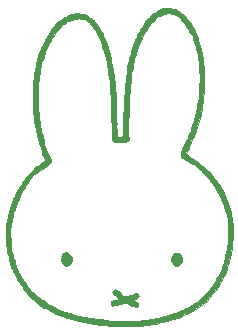
<source format=gbr>
G04 #@! TF.GenerationSoftware,KiCad,Pcbnew,(5.1.7)-1*
G04 #@! TF.CreationDate,2020-12-29T23:31:17-08:00*
G04 #@! TF.ProjectId,base,62617365-2e6b-4696-9361-645f70636258,rev?*
G04 #@! TF.SameCoordinates,Original*
G04 #@! TF.FileFunction,Legend,Top*
G04 #@! TF.FilePolarity,Positive*
%FSLAX46Y46*%
G04 Gerber Fmt 4.6, Leading zero omitted, Abs format (unit mm)*
G04 Created by KiCad (PCBNEW (5.1.7)-1) date 2020-12-29 23:31:17*
%MOMM*%
%LPD*%
G01*
G04 APERTURE LIST*
%ADD10C,0.010000*%
%ADD11C,0.150000*%
G04 APERTURE END LIST*
D10*
G36*
X150518572Y-97189381D02*
G01*
X150696899Y-97239759D01*
X150818280Y-97307706D01*
X150863312Y-97381189D01*
X150859684Y-97400892D01*
X150877983Y-97467840D01*
X150909882Y-97488302D01*
X150961006Y-97556104D01*
X150981429Y-97684065D01*
X150970449Y-97835275D01*
X150927366Y-97972821D01*
X150919375Y-97987767D01*
X150778214Y-98165768D01*
X150614033Y-98260973D01*
X150443276Y-98268029D01*
X150293802Y-98191471D01*
X150138191Y-98003038D01*
X150065515Y-97782810D01*
X150077670Y-97555161D01*
X150176549Y-97344464D01*
X150223563Y-97288039D01*
X150330514Y-97198587D01*
X150443194Y-97178946D01*
X150518572Y-97189381D01*
G37*
X150518572Y-97189381D02*
X150696899Y-97239759D01*
X150818280Y-97307706D01*
X150863312Y-97381189D01*
X150859684Y-97400892D01*
X150877983Y-97467840D01*
X150909882Y-97488302D01*
X150961006Y-97556104D01*
X150981429Y-97684065D01*
X150970449Y-97835275D01*
X150927366Y-97972821D01*
X150919375Y-97987767D01*
X150778214Y-98165768D01*
X150614033Y-98260973D01*
X150443276Y-98268029D01*
X150293802Y-98191471D01*
X150138191Y-98003038D01*
X150065515Y-97782810D01*
X150077670Y-97555161D01*
X150176549Y-97344464D01*
X150223563Y-97288039D01*
X150330514Y-97198587D01*
X150443194Y-97178946D01*
X150518572Y-97189381D01*
G36*
X141300297Y-97174315D02*
G01*
X141420666Y-97267667D01*
X141514247Y-97371281D01*
X141558658Y-97451398D01*
X141557368Y-97472109D01*
X141561213Y-97516561D01*
X141575954Y-97519501D01*
X141621336Y-97563047D01*
X141650051Y-97665602D01*
X141655143Y-97785041D01*
X141634090Y-97871565D01*
X141581478Y-97992169D01*
X141566920Y-98034615D01*
X141510322Y-98103494D01*
X141400583Y-98184852D01*
X141278529Y-98252534D01*
X141184988Y-98280384D01*
X141183370Y-98280344D01*
X141121542Y-98259119D01*
X141010432Y-98208750D01*
X140994728Y-98201069D01*
X140872913Y-98107420D01*
X140779404Y-97975354D01*
X140723596Y-97831604D01*
X140714886Y-97702898D01*
X140762670Y-97615968D01*
X140784775Y-97603801D01*
X140821980Y-97570597D01*
X140783733Y-97532426D01*
X140754292Y-97482147D01*
X140784182Y-97396142D01*
X140836155Y-97312659D01*
X140976331Y-97166174D01*
X141131625Y-97120015D01*
X141300297Y-97174315D01*
G37*
X141300297Y-97174315D02*
X141420666Y-97267667D01*
X141514247Y-97371281D01*
X141558658Y-97451398D01*
X141557368Y-97472109D01*
X141561213Y-97516561D01*
X141575954Y-97519501D01*
X141621336Y-97563047D01*
X141650051Y-97665602D01*
X141655143Y-97785041D01*
X141634090Y-97871565D01*
X141581478Y-97992169D01*
X141566920Y-98034615D01*
X141510322Y-98103494D01*
X141400583Y-98184852D01*
X141278529Y-98252534D01*
X141184988Y-98280384D01*
X141183370Y-98280344D01*
X141121542Y-98259119D01*
X141010432Y-98208750D01*
X140994728Y-98201069D01*
X140872913Y-98107420D01*
X140779404Y-97975354D01*
X140723596Y-97831604D01*
X140714886Y-97702898D01*
X140762670Y-97615968D01*
X140784775Y-97603801D01*
X140821980Y-97570597D01*
X140783733Y-97532426D01*
X140754292Y-97482147D01*
X140784182Y-97396142D01*
X140836155Y-97312659D01*
X140976331Y-97166174D01*
X141131625Y-97120015D01*
X141300297Y-97174315D01*
G36*
X145539540Y-100423860D02*
G01*
X145681998Y-100527445D01*
X145786960Y-100621898D01*
X145825112Y-100673980D01*
X145888911Y-100741248D01*
X146010554Y-100805667D01*
X146043748Y-100817696D01*
X146144725Y-100844824D01*
X146240718Y-100849018D01*
X146359456Y-100826087D01*
X146528667Y-100771841D01*
X146660582Y-100724482D01*
X146885380Y-100647127D01*
X147038181Y-100611828D01*
X147140289Y-100620420D01*
X147213008Y-100674738D01*
X147277641Y-100776617D01*
X147278218Y-100777695D01*
X147294062Y-100842690D01*
X147249087Y-100900234D01*
X147126321Y-100971732D01*
X147123044Y-100973406D01*
X146970798Y-101080104D01*
X146915957Y-101190068D01*
X146959269Y-101295267D01*
X147085074Y-101380301D01*
X147201788Y-101454277D01*
X147245703Y-101550936D01*
X147249075Y-101608205D01*
X147231889Y-101717771D01*
X147169745Y-101766033D01*
X147046758Y-101757681D01*
X146893475Y-101713254D01*
X146729190Y-101650484D01*
X146531524Y-101564217D01*
X146419821Y-101510932D01*
X146288568Y-101448325D01*
X146184693Y-101414399D01*
X146081547Y-101410508D01*
X145952484Y-101438009D01*
X145770855Y-101498257D01*
X145623475Y-101551447D01*
X145488055Y-101586673D01*
X145384170Y-101592305D01*
X145269441Y-101603516D01*
X145197350Y-101631263D01*
X145064180Y-101665689D01*
X144974552Y-101610894D01*
X144938038Y-101473411D01*
X144937675Y-101454064D01*
X144945808Y-101337619D01*
X144984918Y-101267249D01*
X145077069Y-101226508D01*
X145244322Y-101198948D01*
X145286808Y-101193797D01*
X145491059Y-101162040D01*
X145600177Y-101121378D01*
X145620627Y-101063486D01*
X145558875Y-100980040D01*
X145496475Y-100923828D01*
X145372573Y-100832316D01*
X145269014Y-100778206D01*
X145240912Y-100772067D01*
X145170222Y-100728185D01*
X145107891Y-100624277D01*
X145106937Y-100621777D01*
X145077538Y-100505152D01*
X145112142Y-100420460D01*
X145166769Y-100363836D01*
X145282813Y-100254819D01*
X145539540Y-100423860D01*
G37*
X145539540Y-100423860D02*
X145681998Y-100527445D01*
X145786960Y-100621898D01*
X145825112Y-100673980D01*
X145888911Y-100741248D01*
X146010554Y-100805667D01*
X146043748Y-100817696D01*
X146144725Y-100844824D01*
X146240718Y-100849018D01*
X146359456Y-100826087D01*
X146528667Y-100771841D01*
X146660582Y-100724482D01*
X146885380Y-100647127D01*
X147038181Y-100611828D01*
X147140289Y-100620420D01*
X147213008Y-100674738D01*
X147277641Y-100776617D01*
X147278218Y-100777695D01*
X147294062Y-100842690D01*
X147249087Y-100900234D01*
X147126321Y-100971732D01*
X147123044Y-100973406D01*
X146970798Y-101080104D01*
X146915957Y-101190068D01*
X146959269Y-101295267D01*
X147085074Y-101380301D01*
X147201788Y-101454277D01*
X147245703Y-101550936D01*
X147249075Y-101608205D01*
X147231889Y-101717771D01*
X147169745Y-101766033D01*
X147046758Y-101757681D01*
X146893475Y-101713254D01*
X146729190Y-101650484D01*
X146531524Y-101564217D01*
X146419821Y-101510932D01*
X146288568Y-101448325D01*
X146184693Y-101414399D01*
X146081547Y-101410508D01*
X145952484Y-101438009D01*
X145770855Y-101498257D01*
X145623475Y-101551447D01*
X145488055Y-101586673D01*
X145384170Y-101592305D01*
X145269441Y-101603516D01*
X145197350Y-101631263D01*
X145064180Y-101665689D01*
X144974552Y-101610894D01*
X144938038Y-101473411D01*
X144937675Y-101454064D01*
X144945808Y-101337619D01*
X144984918Y-101267249D01*
X145077069Y-101226508D01*
X145244322Y-101198948D01*
X145286808Y-101193797D01*
X145491059Y-101162040D01*
X145600177Y-101121378D01*
X145620627Y-101063486D01*
X145558875Y-100980040D01*
X145496475Y-100923828D01*
X145372573Y-100832316D01*
X145269014Y-100778206D01*
X145240912Y-100772067D01*
X145170222Y-100728185D01*
X145107891Y-100624277D01*
X145106937Y-100621777D01*
X145077538Y-100505152D01*
X145112142Y-100420460D01*
X145166769Y-100363836D01*
X145282813Y-100254819D01*
X145539540Y-100423860D01*
G36*
X149894612Y-76462237D02*
G01*
X149911093Y-76463581D01*
X150227840Y-76505716D01*
X150460410Y-76571985D01*
X150520693Y-76600890D01*
X150656767Y-76687566D01*
X150819375Y-76806530D01*
X150988214Y-76940799D01*
X151142979Y-77073389D01*
X151263366Y-77187318D01*
X151329073Y-77265602D01*
X151335479Y-77282424D01*
X151370714Y-77347597D01*
X151458407Y-77455095D01*
X151541675Y-77543148D01*
X151653800Y-77669009D01*
X151727600Y-77778185D01*
X151744875Y-77828524D01*
X151769488Y-77899894D01*
X151793533Y-77910701D01*
X151850640Y-77952925D01*
X151927057Y-78058908D01*
X152005537Y-78197613D01*
X152068831Y-78338002D01*
X152099694Y-78449038D01*
X152100475Y-78463051D01*
X152128097Y-78593066D01*
X152173320Y-78687188D01*
X152218414Y-78784088D01*
X152281686Y-78955115D01*
X152355686Y-79176082D01*
X152432966Y-79422799D01*
X152506076Y-79671080D01*
X152567566Y-79896736D01*
X152609986Y-80075580D01*
X152622584Y-80145901D01*
X152645691Y-80296595D01*
X152678701Y-80494397D01*
X152702290Y-80628501D01*
X152771252Y-81082254D01*
X152814760Y-81549590D01*
X152834626Y-82058855D01*
X152832663Y-82638394D01*
X152832217Y-82660501D01*
X152819571Y-83164210D01*
X152802510Y-83590249D01*
X152778201Y-83962534D01*
X152743807Y-84304983D01*
X152696495Y-84641513D01*
X152633427Y-84996041D01*
X152551771Y-85392484D01*
X152458857Y-85810101D01*
X152395851Y-86057299D01*
X152321104Y-86306573D01*
X152248368Y-86512942D01*
X152231272Y-86554508D01*
X152170118Y-86708508D01*
X152134719Y-86821843D01*
X152131753Y-86865845D01*
X152122707Y-86919380D01*
X152079169Y-87044764D01*
X152008759Y-87221385D01*
X151946873Y-87366038D01*
X151852351Y-87583330D01*
X151768407Y-87779911D01*
X151706829Y-87927992D01*
X151685599Y-87981801D01*
X151634388Y-88081649D01*
X151587505Y-88121501D01*
X151547854Y-88163173D01*
X151541675Y-88204836D01*
X151519903Y-88298444D01*
X151464907Y-88438299D01*
X151433610Y-88504550D01*
X151325545Y-88720929D01*
X151467323Y-88906809D01*
X151606321Y-89055128D01*
X151762787Y-89171585D01*
X151904901Y-89234072D01*
X151945552Y-89239101D01*
X152022614Y-89269873D01*
X152087775Y-89317675D01*
X152164455Y-89382061D01*
X152298858Y-89491735D01*
X152469068Y-89628894D01*
X152583075Y-89720013D01*
X152853111Y-89944667D01*
X153096210Y-90165049D01*
X153300991Y-90369294D01*
X153456074Y-90545538D01*
X153550076Y-90681915D01*
X153573675Y-90752716D01*
X153613588Y-90808465D01*
X153713151Y-90884954D01*
X153751475Y-90908769D01*
X153864225Y-90995064D01*
X153925548Y-91080462D01*
X153929275Y-91100287D01*
X153961736Y-91204308D01*
X154013664Y-91280150D01*
X154105518Y-91396026D01*
X154153364Y-91468764D01*
X154211757Y-91566716D01*
X154298883Y-91709991D01*
X154350356Y-91793759D01*
X154435398Y-91942862D01*
X154495876Y-92069653D01*
X154511850Y-92117145D01*
X154543202Y-92205713D01*
X154608275Y-92355327D01*
X154694213Y-92536741D01*
X154713068Y-92574859D01*
X154799732Y-92764294D01*
X154863864Y-92934124D01*
X154893666Y-93052404D01*
X154894475Y-93066042D01*
X154917906Y-93205447D01*
X154967428Y-93337084D01*
X155026063Y-93490757D01*
X155088291Y-93715683D01*
X155148078Y-93981972D01*
X155199394Y-94259732D01*
X155236204Y-94519074D01*
X155252478Y-94730106D01*
X155252765Y-94750901D01*
X155254020Y-95239441D01*
X155252806Y-95639861D01*
X155248788Y-95965616D01*
X155241627Y-96230164D01*
X155230987Y-96446960D01*
X155216531Y-96629461D01*
X155202555Y-96755337D01*
X155138233Y-97176778D01*
X155055505Y-97578001D01*
X154961068Y-97929692D01*
X154883956Y-98149860D01*
X154809866Y-98352726D01*
X154737239Y-98582134D01*
X154709520Y-98681774D01*
X154657345Y-98851565D01*
X154601371Y-98987933D01*
X154568628Y-99042015D01*
X154498826Y-99151099D01*
X154456316Y-99246701D01*
X154354991Y-99472765D01*
X154197388Y-99751481D01*
X153997880Y-100062490D01*
X153770842Y-100385432D01*
X153530651Y-100699948D01*
X153291679Y-100985679D01*
X153068304Y-101222266D01*
X153046799Y-101242990D01*
X152897635Y-101372401D01*
X152701968Y-101523973D01*
X152477509Y-101685995D01*
X152241974Y-101846755D01*
X152013076Y-101994543D01*
X151808528Y-102117647D01*
X151646045Y-102204358D01*
X151543340Y-102242963D01*
X151532832Y-102243901D01*
X151460455Y-102268514D01*
X151335399Y-102331648D01*
X151242493Y-102385136D01*
X150959464Y-102530830D01*
X150595559Y-102679285D01*
X150171093Y-102824163D01*
X149706382Y-102959127D01*
X149221740Y-103077839D01*
X148737484Y-103173961D01*
X148685539Y-103182812D01*
X148444834Y-103224678D01*
X148212016Y-103267824D01*
X148026291Y-103304901D01*
X147978769Y-103315288D01*
X147839383Y-103334403D01*
X147615191Y-103350133D01*
X147322927Y-103362423D01*
X146979331Y-103371219D01*
X146601139Y-103376467D01*
X146205090Y-103378112D01*
X145807920Y-103376101D01*
X145426367Y-103370378D01*
X145077169Y-103360890D01*
X144777063Y-103347582D01*
X144542786Y-103330400D01*
X144505875Y-103326558D01*
X144209083Y-103293594D01*
X143979284Y-103267367D01*
X143793530Y-103244232D01*
X143628876Y-103220543D01*
X143462375Y-103192657D01*
X143271081Y-103156928D01*
X143032049Y-103109712D01*
X142722332Y-103047364D01*
X142626275Y-103028000D01*
X142396867Y-102982439D01*
X142171763Y-102938834D01*
X141996350Y-102905965D01*
X141983507Y-102903646D01*
X141652784Y-102825418D01*
X141250233Y-102696001D01*
X140848275Y-102544868D01*
X140654177Y-102471331D01*
X140479697Y-102410805D01*
X140360946Y-102375780D01*
X140356527Y-102374793D01*
X140224300Y-102324588D01*
X140144255Y-102269224D01*
X140061917Y-102207020D01*
X140020792Y-102193101D01*
X139952597Y-102166661D01*
X139838260Y-102100365D01*
X139792152Y-102070067D01*
X139625206Y-101977853D01*
X139429305Y-101897539D01*
X139371982Y-101879567D01*
X139236148Y-101832335D01*
X139154684Y-101786710D01*
X139143434Y-101766883D01*
X139107518Y-101721690D01*
X139003805Y-101650328D01*
X138884490Y-101583933D01*
X138694524Y-101467006D01*
X138598666Y-101357090D01*
X138587201Y-101324351D01*
X138508034Y-101204654D01*
X138344826Y-101104904D01*
X138217241Y-101034034D01*
X138140502Y-100966745D01*
X138130475Y-100942685D01*
X138093446Y-100862847D01*
X138041175Y-100811681D01*
X137941303Y-100720260D01*
X137820872Y-100586301D01*
X137699536Y-100435085D01*
X137596951Y-100291890D01*
X137532771Y-100181993D01*
X137520875Y-100142522D01*
X137481823Y-100056287D01*
X137406575Y-99986818D01*
X137315128Y-99898258D01*
X137212506Y-99758451D01*
X137166336Y-99680847D01*
X137088137Y-99550141D01*
X137024756Y-99466426D01*
X137001236Y-99449901D01*
X136969735Y-99407121D01*
X136962075Y-99344961D01*
X136918456Y-99165926D01*
X136797515Y-98974410D01*
X136756832Y-98928005D01*
X136684652Y-98810373D01*
X136634751Y-98659850D01*
X136633901Y-98655435D01*
X136592498Y-98529672D01*
X136534910Y-98454852D01*
X136527472Y-98451196D01*
X136474092Y-98384592D01*
X136454075Y-98274434D01*
X136433669Y-98121328D01*
X136384493Y-97959318D01*
X136383521Y-97956980D01*
X136341946Y-97801850D01*
X136337986Y-97657694D01*
X136338984Y-97652032D01*
X136329698Y-97503267D01*
X136288751Y-97428820D01*
X136230669Y-97313637D01*
X136177573Y-97115757D01*
X136133867Y-96854085D01*
X136114626Y-96681301D01*
X136099300Y-96525561D01*
X136080582Y-96346354D01*
X136078347Y-96325701D01*
X136065360Y-96168696D01*
X136054549Y-95970683D01*
X136046798Y-95761043D01*
X136043047Y-95571974D01*
X136385301Y-95571974D01*
X136393766Y-95612037D01*
X136413705Y-95691846D01*
X136432391Y-95842537D01*
X136447776Y-96033398D01*
X136457810Y-96233715D01*
X136460442Y-96412773D01*
X136454952Y-96528901D01*
X136456784Y-96682478D01*
X136482775Y-96873602D01*
X136524552Y-97056555D01*
X136573739Y-97185620D01*
X136575915Y-97189301D01*
X136622983Y-97312318D01*
X136648668Y-97461908D01*
X136679041Y-97615735D01*
X136734732Y-97739911D01*
X136794375Y-97877025D01*
X136809675Y-97978030D01*
X136832095Y-98096034D01*
X136889725Y-98259287D01*
X136941149Y-98372987D01*
X137014658Y-98528235D01*
X137066565Y-98652361D01*
X137082444Y-98703730D01*
X137118730Y-98786561D01*
X137194361Y-98900196D01*
X137204969Y-98913920D01*
X137280821Y-99028805D01*
X137317139Y-99120092D01*
X137317674Y-99127640D01*
X137343157Y-99206105D01*
X137406074Y-99324639D01*
X137486133Y-99451360D01*
X137563038Y-99554388D01*
X137616497Y-99601839D01*
X137619816Y-99602301D01*
X137661396Y-99643643D01*
X137722531Y-99746695D01*
X137741753Y-99785363D01*
X137845046Y-99951045D01*
X138010558Y-100159129D01*
X138219448Y-100390766D01*
X138452877Y-100627105D01*
X138692002Y-100849299D01*
X138917984Y-101038497D01*
X139111980Y-101175850D01*
X139158453Y-101202695D01*
X139326242Y-101303000D01*
X139472271Y-101407093D01*
X139537749Y-101465161D01*
X139640260Y-101548615D01*
X139730051Y-101583500D01*
X139730306Y-101583501D01*
X139827793Y-101610243D01*
X139948632Y-101674436D01*
X140144681Y-101800318D01*
X140293166Y-101885614D01*
X140416475Y-101944935D01*
X140547752Y-102005130D01*
X140631685Y-102046167D01*
X140747308Y-102085380D01*
X140798573Y-102091501D01*
X140896823Y-102118070D01*
X141003199Y-102174026D01*
X141120766Y-102228481D01*
X141295752Y-102284662D01*
X141445911Y-102320816D01*
X141641646Y-102364147D01*
X141819738Y-102409641D01*
X141915075Y-102438626D01*
X142099727Y-102494027D01*
X142339567Y-102552987D01*
X142603725Y-102609340D01*
X142861328Y-102656917D01*
X143081503Y-102689552D01*
X143229014Y-102701101D01*
X143428173Y-102719783D01*
X143632831Y-102765818D01*
X143665838Y-102776653D01*
X143838291Y-102821481D01*
X143956325Y-102809785D01*
X143977615Y-102799949D01*
X144090296Y-102776551D01*
X144239276Y-102822137D01*
X144239765Y-102822359D01*
X144370989Y-102859064D01*
X144586077Y-102891933D01*
X144867306Y-102918633D01*
X145064675Y-102930941D01*
X145312922Y-102945305D01*
X145522400Y-102960481D01*
X145673347Y-102974811D01*
X145745999Y-102986638D01*
X145749183Y-102988320D01*
X145810563Y-102993243D01*
X145876183Y-102977576D01*
X146011211Y-102950987D01*
X146106075Y-102945779D01*
X146604149Y-102951303D01*
X147012403Y-102946903D01*
X147342161Y-102932256D01*
X147604747Y-102907041D01*
X147639337Y-102902285D01*
X147851879Y-102872035D01*
X148049921Y-102844346D01*
X148188875Y-102825442D01*
X148486215Y-102782163D01*
X148756537Y-102735161D01*
X148980936Y-102688345D01*
X149140508Y-102645624D01*
X149213461Y-102613590D01*
X149296519Y-102575836D01*
X149445947Y-102532966D01*
X149608512Y-102498318D01*
X149817275Y-102450207D01*
X150017166Y-102387361D01*
X150130955Y-102339542D01*
X150260401Y-102284351D01*
X150353303Y-102264193D01*
X150371210Y-102268025D01*
X150445350Y-102269349D01*
X150551452Y-102233426D01*
X150643995Y-102180117D01*
X150678075Y-102134146D01*
X150721694Y-102102382D01*
X150808464Y-102091501D01*
X150932879Y-102061043D01*
X151075746Y-101985693D01*
X151105359Y-101964501D01*
X151228982Y-101883744D01*
X151330418Y-101840042D01*
X151349119Y-101837501D01*
X151442990Y-101807875D01*
X151547524Y-101742760D01*
X151662767Y-101665430D01*
X151824747Y-101571470D01*
X151925865Y-101518123D01*
X152080949Y-101431801D01*
X152203645Y-101349296D01*
X152249586Y-101308063D01*
X152327798Y-101241808D01*
X152369045Y-101227901D01*
X152430702Y-101191665D01*
X152542871Y-101093515D01*
X152690664Y-100949288D01*
X152859193Y-100774821D01*
X153033569Y-100585952D01*
X153198902Y-100398516D01*
X153340306Y-100228351D01*
X153442890Y-100091295D01*
X153455544Y-100072201D01*
X153551495Y-99933024D01*
X153629807Y-99836527D01*
X153669272Y-99805501D01*
X153709337Y-99762852D01*
X153776946Y-99650171D01*
X153858579Y-99490359D01*
X153871732Y-99462601D01*
X153971821Y-99258118D01*
X154076175Y-99059019D01*
X154157415Y-98916501D01*
X154245506Y-98744575D01*
X154328758Y-98536401D01*
X154361530Y-98433901D01*
X154423453Y-98225634D01*
X154490896Y-98013512D01*
X154520504Y-97925901D01*
X154573672Y-97743531D01*
X154609636Y-97565528D01*
X154615029Y-97519501D01*
X154643888Y-97351585D01*
X154695851Y-97167832D01*
X154706426Y-97138501D01*
X154761263Y-96943979D01*
X154808897Y-96682931D01*
X154847828Y-96378236D01*
X154876556Y-96052774D01*
X154893581Y-95729424D01*
X154897401Y-95431065D01*
X154886517Y-95180576D01*
X154859428Y-95000837D01*
X154848849Y-94966613D01*
X154831297Y-94839996D01*
X154846048Y-94689575D01*
X154853530Y-94519155D01*
X154821205Y-94282808D01*
X154754244Y-94005711D01*
X154657818Y-93713039D01*
X154631458Y-93644766D01*
X154578206Y-93493836D01*
X154549055Y-93377035D01*
X154547229Y-93339966D01*
X154538330Y-93241847D01*
X154497633Y-93094663D01*
X154439375Y-92939916D01*
X154377797Y-92819113D01*
X154360306Y-92795101D01*
X154304124Y-92691847D01*
X154261863Y-92557311D01*
X154215951Y-92424892D01*
X154154609Y-92335190D01*
X154091304Y-92235385D01*
X154081675Y-92181048D01*
X154049789Y-92086187D01*
X153970016Y-91961999D01*
X153936128Y-91920568D01*
X153836000Y-91789435D01*
X153765992Y-91668493D01*
X153755726Y-91641987D01*
X153699681Y-91535860D01*
X153601487Y-91405089D01*
X153563580Y-91362587D01*
X153447073Y-91217428D01*
X153353572Y-91065710D01*
X153337666Y-91031633D01*
X153262691Y-90903939D01*
X153175045Y-90818173D01*
X153170799Y-90815787D01*
X153074842Y-90726753D01*
X153040115Y-90660997D01*
X152974005Y-90567015D01*
X152859573Y-90482216D01*
X152856672Y-90480700D01*
X152731296Y-90386268D01*
X152647061Y-90273982D01*
X152564535Y-90168624D01*
X152432870Y-90067707D01*
X152396007Y-90047172D01*
X152251623Y-89953385D01*
X152137479Y-89845343D01*
X152120775Y-89822647D01*
X152032042Y-89731132D01*
X151945861Y-89696301D01*
X151834652Y-89662006D01*
X151777729Y-89620298D01*
X151669374Y-89538929D01*
X151583600Y-89493248D01*
X151481106Y-89440426D01*
X151327308Y-89351636D01*
X151160675Y-89249327D01*
X150855875Y-89056453D01*
X150873321Y-88830277D01*
X150907044Y-88664225D01*
X150978789Y-88453056D01*
X151069478Y-88248501D01*
X151167663Y-88051075D01*
X151243686Y-87891050D01*
X151315314Y-87729189D01*
X151400317Y-87526258D01*
X151437570Y-87435701D01*
X151503976Y-87286258D01*
X151585216Y-87118659D01*
X151597092Y-87095436D01*
X151659297Y-86951481D01*
X151692412Y-86829129D01*
X151694075Y-86807453D01*
X151716451Y-86690176D01*
X151765875Y-86563517D01*
X151821792Y-86427189D01*
X151888578Y-86230280D01*
X151954408Y-86011246D01*
X152007453Y-85808538D01*
X152028340Y-85710110D01*
X152057934Y-85592098D01*
X152107499Y-85432131D01*
X152127760Y-85372955D01*
X152176167Y-85193084D01*
X152215390Y-84972436D01*
X152230386Y-84836768D01*
X152255816Y-84634602D01*
X152296025Y-84445453D01*
X152327384Y-84348783D01*
X152371385Y-84181649D01*
X152387625Y-83989875D01*
X152386277Y-83950523D01*
X152385454Y-83819516D01*
X152392937Y-83612375D01*
X152407457Y-83354114D01*
X152427748Y-83069748D01*
X152436065Y-82967664D01*
X152456324Y-82698153D01*
X152469342Y-82463417D01*
X152474414Y-82282590D01*
X152470836Y-82174809D01*
X152465989Y-82154864D01*
X152449376Y-82082360D01*
X152434843Y-81935569D01*
X152424820Y-81741804D01*
X152422868Y-81669901D01*
X152408283Y-81337944D01*
X152379976Y-80995672D01*
X152341187Y-80669145D01*
X152295160Y-80384426D01*
X152245135Y-80167577D01*
X152230131Y-80120501D01*
X152174511Y-79931037D01*
X152129366Y-79726257D01*
X152123786Y-79693031D01*
X152076256Y-79506227D01*
X151998764Y-79304707D01*
X151966955Y-79239762D01*
X151901494Y-79091587D01*
X151870221Y-78968907D01*
X151872031Y-78926208D01*
X151857997Y-78831249D01*
X151783881Y-78717631D01*
X151780254Y-78713669D01*
X151676114Y-78572408D01*
X151592788Y-78413292D01*
X151521029Y-78261228D01*
X151431596Y-78107749D01*
X151344224Y-77983720D01*
X151278649Y-77920003D01*
X151276810Y-77919167D01*
X151238863Y-77860725D01*
X151236875Y-77840769D01*
X151202225Y-77776702D01*
X151111601Y-77669022D01*
X150991018Y-77547261D01*
X150859491Y-77415451D01*
X150758650Y-77300247D01*
X150713213Y-77231959D01*
X150655569Y-77160263D01*
X150620169Y-77148700D01*
X150533703Y-77118215D01*
X150478875Y-77080225D01*
X150327681Y-76997693D01*
X150113438Y-76938130D01*
X149873496Y-76908955D01*
X149654031Y-76916373D01*
X149485098Y-76952563D01*
X149291003Y-77014719D01*
X149095918Y-77092237D01*
X148924011Y-77174510D01*
X148799454Y-77250935D01*
X148746417Y-77310906D01*
X148745984Y-77314791D01*
X148703408Y-77419885D01*
X148601728Y-77536546D01*
X148472866Y-77631215D01*
X148422588Y-77654756D01*
X148325797Y-77713587D01*
X148290475Y-77773588D01*
X148256058Y-77852759D01*
X148172316Y-77953028D01*
X148163475Y-77961501D01*
X148075342Y-78077453D01*
X148036560Y-78194109D01*
X148036475Y-78198525D01*
X147995360Y-78316369D01*
X147930163Y-78380170D01*
X147856082Y-78457210D01*
X147763617Y-78598043D01*
X147672652Y-78772343D01*
X147671749Y-78774301D01*
X147571300Y-78987321D01*
X147464684Y-79205677D01*
X147390168Y-79352638D01*
X147307519Y-79526034D01*
X147241498Y-79690776D01*
X147220082Y-79759038D01*
X147184671Y-79898465D01*
X147137571Y-80085676D01*
X147106818Y-80208649D01*
X147055340Y-80382524D01*
X146999005Y-80524487D01*
X146963818Y-80584894D01*
X146909659Y-80696661D01*
X146884422Y-80826945D01*
X146857467Y-81187749D01*
X146823970Y-81448345D01*
X146784003Y-81608261D01*
X146760374Y-81651851D01*
X146719726Y-81745446D01*
X146689152Y-81894817D01*
X146681967Y-81964707D01*
X146669020Y-82149727D01*
X146653186Y-82377164D01*
X146642154Y-82536265D01*
X146622699Y-82731073D01*
X146595365Y-82901660D01*
X146570864Y-82996138D01*
X146549373Y-83136548D01*
X146568616Y-83205250D01*
X146585808Y-83327044D01*
X146559718Y-83431177D01*
X146540038Y-83529021D01*
X146520585Y-83708099D01*
X146502941Y-83948055D01*
X146488684Y-84228532D01*
X146481554Y-84438501D01*
X146471347Y-84791707D01*
X146459179Y-85172820D01*
X146446346Y-85543364D01*
X146434150Y-85864865D01*
X146430109Y-85962501D01*
X146413468Y-86432946D01*
X146407907Y-86812696D01*
X146413493Y-87112057D01*
X146430294Y-87341336D01*
X146439627Y-87412186D01*
X146439431Y-87575660D01*
X146375413Y-87691586D01*
X146299826Y-87739755D01*
X146169983Y-87770930D01*
X145974427Y-87785961D01*
X145701698Y-87785695D01*
X145340338Y-87770981D01*
X145318675Y-87769824D01*
X145230772Y-87760677D01*
X145163688Y-87735591D01*
X145114084Y-87682012D01*
X145078624Y-87587388D01*
X145053968Y-87439165D01*
X145036779Y-87224790D01*
X145023720Y-86931709D01*
X145013724Y-86622901D01*
X145002793Y-86293174D01*
X144989537Y-85941156D01*
X144975541Y-85606573D01*
X144962392Y-85329153D01*
X144960974Y-85302101D01*
X144948080Y-85029687D01*
X144934717Y-84697114D01*
X144922436Y-84345802D01*
X144912785Y-84017170D01*
X144912517Y-84006701D01*
X144897757Y-83533520D01*
X144879434Y-83122731D01*
X144858130Y-82782085D01*
X144834431Y-82519330D01*
X144808921Y-82342217D01*
X144782183Y-82258496D01*
X144780580Y-82256640D01*
X144757148Y-82184272D01*
X144740550Y-82041678D01*
X144734475Y-81865939D01*
X144726965Y-81688025D01*
X144707295Y-81552709D01*
X144680211Y-81489960D01*
X144644330Y-81420051D01*
X144648943Y-81396501D01*
X144651710Y-81310377D01*
X144631540Y-81155519D01*
X144594293Y-80960627D01*
X144545830Y-80754398D01*
X144492012Y-80565533D01*
X144460977Y-80476101D01*
X144411218Y-80324916D01*
X144383177Y-80199358D01*
X144381104Y-80175301D01*
X144346173Y-80058430D01*
X144302492Y-79993299D01*
X144249457Y-79890632D01*
X144211210Y-79738580D01*
X144205150Y-79691297D01*
X144179981Y-79543495D01*
X144142404Y-79437229D01*
X144129133Y-79418639D01*
X144079624Y-79321443D01*
X144074075Y-79278991D01*
X144044771Y-79178445D01*
X143982350Y-79073251D01*
X143908306Y-78946638D01*
X143837171Y-78780948D01*
X143821124Y-78734095D01*
X143753087Y-78569843D01*
X143669296Y-78429434D01*
X143646149Y-78401177D01*
X143540330Y-78265217D01*
X143468590Y-78149282D01*
X143405307Y-78052572D01*
X143354321Y-78012301D01*
X143354290Y-78012300D01*
X143316802Y-77971033D01*
X143312075Y-77936101D01*
X143284644Y-77868497D01*
X143261275Y-77859901D01*
X143215381Y-77819123D01*
X143210475Y-77788670D01*
X143167286Y-77725118D01*
X143062100Y-77665916D01*
X143050049Y-77661515D01*
X142914997Y-77591621D01*
X142818568Y-77504145D01*
X142715304Y-77423927D01*
X142626701Y-77402701D01*
X142482935Y-77384006D01*
X142376409Y-77353472D01*
X142234055Y-77333294D01*
X142035446Y-77346226D01*
X141818182Y-77386485D01*
X141619868Y-77448283D01*
X141548086Y-77480920D01*
X141419063Y-77534133D01*
X141319346Y-77554788D01*
X141230205Y-77594377D01*
X141148403Y-77682100D01*
X141038908Y-77783502D01*
X140944669Y-77809100D01*
X140834861Y-77846923D01*
X140724394Y-77968854D01*
X140697990Y-78008949D01*
X140605154Y-78139412D01*
X140519589Y-78233157D01*
X140493567Y-78252596D01*
X140428614Y-78315510D01*
X140329562Y-78440971D01*
X140211734Y-78605907D01*
X140090456Y-78787245D01*
X139981054Y-78961913D01*
X139898851Y-79106837D01*
X139859175Y-79198944D01*
X139857675Y-79209966D01*
X139823591Y-79290898D01*
X139738532Y-79400361D01*
X139705275Y-79434700D01*
X139582560Y-79601934D01*
X139552875Y-79729915D01*
X139517096Y-79874347D01*
X139451275Y-79968100D01*
X139373935Y-80088094D01*
X139349675Y-80201576D01*
X139333178Y-80315929D01*
X139298875Y-80374500D01*
X139266281Y-80441168D01*
X139248940Y-80567312D01*
X139248074Y-80604311D01*
X139228670Y-80761298D01*
X139164400Y-80846879D01*
X139152336Y-80853963D01*
X139091332Y-80912569D01*
X139062444Y-81021430D01*
X139056598Y-81160983D01*
X139045061Y-81324433D01*
X139015733Y-81451882D01*
X138995884Y-81489920D01*
X138963707Y-81573747D01*
X138934347Y-81728178D01*
X138913439Y-81922260D01*
X138911262Y-81954812D01*
X138893000Y-82157048D01*
X138866872Y-82329151D01*
X138838121Y-82437677D01*
X138834315Y-82445652D01*
X138816693Y-82528510D01*
X138801401Y-82695548D01*
X138788654Y-82929368D01*
X138778668Y-83212570D01*
X138771659Y-83527757D01*
X138767843Y-83857531D01*
X138767435Y-84184492D01*
X138770652Y-84491243D01*
X138777709Y-84760386D01*
X138788821Y-84974521D01*
X138801410Y-85098901D01*
X138829891Y-85323294D01*
X138855916Y-85581225D01*
X138869145Y-85749320D01*
X138888887Y-85942306D01*
X138918158Y-86106467D01*
X138948051Y-86200026D01*
X138980739Y-86328860D01*
X138975939Y-86446876D01*
X138977269Y-86581601D01*
X139014524Y-86644192D01*
X139059548Y-86734012D01*
X139060435Y-86813723D01*
X139067016Y-86916246D01*
X139104081Y-87079046D01*
X139163800Y-87268304D01*
X139169142Y-87283080D01*
X139233892Y-87481538D01*
X139280391Y-87664277D01*
X139298856Y-87792672D01*
X139298874Y-87795390D01*
X139320600Y-87963885D01*
X139378295Y-88188094D01*
X139460742Y-88433755D01*
X139556720Y-88666605D01*
X139633207Y-88816346D01*
X139706234Y-88957520D01*
X139750245Y-89071593D01*
X139756075Y-89104818D01*
X139789684Y-89200064D01*
X139837368Y-89262337D01*
X139886966Y-89326022D01*
X139887131Y-89395960D01*
X139838305Y-89512967D01*
X139786486Y-89614363D01*
X139730537Y-89691440D01*
X139650190Y-89760799D01*
X139525174Y-89839040D01*
X139335221Y-89942762D01*
X139273475Y-89975539D01*
X139076191Y-90091443D01*
X138892750Y-90218593D01*
X138761027Y-90330599D01*
X138755364Y-90336506D01*
X138646298Y-90439587D01*
X138557823Y-90501295D01*
X138532590Y-90509101D01*
X138465653Y-90542807D01*
X138370569Y-90622057D01*
X138281788Y-90714046D01*
X138233759Y-90785967D01*
X138232074Y-90795268D01*
X138202474Y-90846227D01*
X138126208Y-90949081D01*
X138054274Y-91039183D01*
X137955731Y-91167948D01*
X137891166Y-91268627D01*
X137876475Y-91306559D01*
X137842257Y-91375163D01*
X137774875Y-91448901D01*
X137698288Y-91543829D01*
X137673275Y-91615168D01*
X137641701Y-91696289D01*
X137562195Y-91813208D01*
X137520875Y-91863062D01*
X137427549Y-91990401D01*
X137373705Y-92104620D01*
X137368475Y-92136468D01*
X137350302Y-92218103D01*
X137325829Y-92236301D01*
X137274524Y-92279145D01*
X137218366Y-92381305D01*
X137175879Y-92503224D01*
X137164145Y-92581591D01*
X137133400Y-92681616D01*
X137063675Y-92795101D01*
X136991663Y-92921130D01*
X136963204Y-93033402D01*
X136944479Y-93133847D01*
X136918243Y-93171794D01*
X136880466Y-93233076D01*
X136833369Y-93358752D01*
X136808918Y-93441492D01*
X136755866Y-93602399D01*
X136696872Y-93730794D01*
X136672483Y-93767027D01*
X136625604Y-93895239D01*
X136635080Y-93983586D01*
X136638351Y-94121214D01*
X136606341Y-94192262D01*
X136569072Y-94284061D01*
X136542661Y-94435612D01*
X136535717Y-94534502D01*
X136523176Y-94699953D01*
X136500328Y-94828417D01*
X136484587Y-94870278D01*
X136454238Y-94959081D01*
X136424918Y-95108096D01*
X136400844Y-95282879D01*
X136386232Y-95448987D01*
X136385301Y-95571974D01*
X136043047Y-95571974D01*
X136042991Y-95569158D01*
X136044011Y-95424409D01*
X136049306Y-95360501D01*
X136060215Y-95280375D01*
X136071657Y-95145001D01*
X136074158Y-95106501D01*
X136100983Y-94810878D01*
X136143229Y-94514234D01*
X136195447Y-94247466D01*
X136252190Y-94041472D01*
X136270421Y-93993419D01*
X136316786Y-93847942D01*
X136329800Y-93728718D01*
X136325661Y-93705048D01*
X136327413Y-93603926D01*
X136366872Y-93462736D01*
X136384022Y-93421129D01*
X136460038Y-93234573D01*
X136528969Y-93040146D01*
X136534174Y-93023701D01*
X136659310Y-92653946D01*
X136785683Y-92339631D01*
X136906744Y-92095507D01*
X137015949Y-91936328D01*
X137017350Y-91934786D01*
X137108978Y-91820475D01*
X137160884Y-91728589D01*
X137165275Y-91708162D01*
X137200492Y-91635854D01*
X137288210Y-91535358D01*
X137320246Y-91505414D01*
X137428044Y-91382657D01*
X137447326Y-91280640D01*
X137444805Y-91271511D01*
X137455552Y-91170592D01*
X137512612Y-91123123D01*
X137597380Y-91046053D01*
X137688609Y-90918154D01*
X137712851Y-90874829D01*
X137789829Y-90757851D01*
X137913910Y-90602518D01*
X138069061Y-90425488D01*
X138239250Y-90243418D01*
X138408444Y-90072966D01*
X138560610Y-89930791D01*
X138679714Y-89833551D01*
X138749363Y-89797901D01*
X138833825Y-89758763D01*
X138910679Y-89674753D01*
X139010809Y-89570199D01*
X139107021Y-89516345D01*
X139233597Y-89458353D01*
X139332287Y-89380581D01*
X139375790Y-89307131D01*
X139370997Y-89283302D01*
X139340370Y-89201717D01*
X139321988Y-89124991D01*
X139267336Y-89004457D01*
X139213733Y-88947128D01*
X139148439Y-88846449D01*
X139120429Y-88693128D01*
X139093969Y-88534198D01*
X139034467Y-88343665D01*
X138994630Y-88248501D01*
X138924497Y-88074410D01*
X138877044Y-87911283D01*
X138866191Y-87842101D01*
X138838835Y-87695858D01*
X138783165Y-87525346D01*
X138767451Y-87487729D01*
X138717420Y-87340530D01*
X138665076Y-87132275D01*
X138620159Y-86902793D01*
X138612137Y-86852729D01*
X138578526Y-86646143D01*
X138546649Y-86473042D01*
X138521909Y-86362071D01*
X138516051Y-86343501D01*
X138495798Y-86253067D01*
X138470308Y-86081036D01*
X138441805Y-85847136D01*
X138412513Y-85571094D01*
X138384653Y-85272638D01*
X138360449Y-84971498D01*
X138358638Y-84946501D01*
X138346849Y-84729905D01*
X138338313Y-84466832D01*
X138332975Y-84175800D01*
X138330778Y-83875329D01*
X138331667Y-83583939D01*
X138335586Y-83320149D01*
X138342478Y-83102479D01*
X138352289Y-82949448D01*
X138364873Y-82879718D01*
X138381290Y-82804496D01*
X138392738Y-82657518D01*
X138397040Y-82468587D01*
X138396949Y-82440637D01*
X138407459Y-82173728D01*
X138443996Y-81996375D01*
X138471891Y-81939311D01*
X138525786Y-81774108D01*
X138520228Y-81675567D01*
X138524767Y-81516252D01*
X138563181Y-81434861D01*
X138609205Y-81324818D01*
X138634994Y-81168087D01*
X138636859Y-81121278D01*
X138655742Y-80945228D01*
X138700410Y-80786088D01*
X138712801Y-80759124D01*
X138773520Y-80600592D01*
X138808265Y-80444147D01*
X138847341Y-80250873D01*
X138907618Y-80085529D01*
X138976321Y-79981266D01*
X138990941Y-79970037D01*
X139032960Y-79898244D01*
X139044875Y-79814470D01*
X139077500Y-79701950D01*
X139159347Y-79565715D01*
X139197274Y-79518662D01*
X139290914Y-79388446D01*
X139344655Y-79268067D01*
X139349675Y-79234154D01*
X139393134Y-79048713D01*
X139505047Y-78882798D01*
X139560936Y-78834920D01*
X139635852Y-78754266D01*
X139654474Y-78700325D01*
X139684108Y-78616101D01*
X139762282Y-78477491D01*
X139872903Y-78308500D01*
X139999879Y-78133136D01*
X140127119Y-77975402D01*
X140179101Y-77917707D01*
X140339491Y-77760846D01*
X140525667Y-77598820D01*
X140717735Y-77446650D01*
X140895799Y-77319359D01*
X141039962Y-77231969D01*
X141130329Y-77199500D01*
X141241415Y-77167767D01*
X141369453Y-77090032D01*
X141386001Y-77076655D01*
X141542519Y-76992146D01*
X141760860Y-76932268D01*
X142003101Y-76902327D01*
X142231317Y-76907632D01*
X142372328Y-76938603D01*
X142520116Y-76979786D01*
X142644369Y-76996301D01*
X142799551Y-77035558D01*
X143000874Y-77155192D01*
X143199542Y-77311568D01*
X143319626Y-77399872D01*
X143418717Y-77449531D01*
X143440842Y-77453500D01*
X143507118Y-77491726D01*
X143515275Y-77523480D01*
X143551118Y-77612374D01*
X143591996Y-77657134D01*
X143666302Y-77740845D01*
X143775119Y-77890217D01*
X143903441Y-78082196D01*
X144036261Y-78293726D01*
X144158571Y-78501751D01*
X144240220Y-78653002D01*
X144309716Y-78805476D01*
X144397771Y-79021388D01*
X144494261Y-79273168D01*
X144589062Y-79533246D01*
X144672050Y-79774053D01*
X144733101Y-79968019D01*
X144757392Y-80061305D01*
X144784444Y-80170995D01*
X144828846Y-80334551D01*
X144861931Y-80450701D01*
X144917954Y-80669623D01*
X144970007Y-80915330D01*
X144990991Y-81034901D01*
X145027910Y-81255976D01*
X145069396Y-81484330D01*
X145090843Y-81593701D01*
X145136764Y-81847709D01*
X145184342Y-82159914D01*
X145227584Y-82487200D01*
X145260495Y-82786452D01*
X145267407Y-82863701D01*
X145287748Y-83064830D01*
X145313346Y-83264004D01*
X145322124Y-83320901D01*
X145332027Y-83428270D01*
X145341760Y-83620344D01*
X145350795Y-83880229D01*
X145358604Y-84191029D01*
X145364657Y-84535849D01*
X145367387Y-84768701D01*
X145372152Y-85121605D01*
X145379282Y-85446865D01*
X145388212Y-85728685D01*
X145398378Y-85951265D01*
X145409215Y-86098808D01*
X145416694Y-86148269D01*
X145425602Y-86295056D01*
X145399057Y-86386486D01*
X145372430Y-86478605D01*
X145389174Y-86517777D01*
X145412851Y-86579216D01*
X145431028Y-86713046D01*
X145439665Y-86886900D01*
X145454340Y-87119526D01*
X145496335Y-87265271D01*
X145575227Y-87337293D01*
X145700594Y-87348749D01*
X145768606Y-87338816D01*
X145906232Y-87289696D01*
X145966981Y-87218036D01*
X145972788Y-87141483D01*
X145977509Y-86980870D01*
X145980884Y-86753732D01*
X145982654Y-86477604D01*
X145982560Y-86170021D01*
X145982544Y-86165701D01*
X145983223Y-85862942D01*
X145987181Y-85596266D01*
X145993904Y-85381853D01*
X146002877Y-85235880D01*
X146013583Y-85174524D01*
X146014147Y-85173974D01*
X146028288Y-85116373D01*
X146043435Y-84975939D01*
X146058091Y-84771406D01*
X146070761Y-84521510D01*
X146074975Y-84411974D01*
X146090904Y-84049019D01*
X146113000Y-83674825D01*
X146139546Y-83309980D01*
X146168827Y-82975070D01*
X146199126Y-82690681D01*
X146228728Y-82477401D01*
X146242147Y-82406501D01*
X146266159Y-82256511D01*
X146284355Y-82072885D01*
X146287271Y-82025501D01*
X146309411Y-81759997D01*
X146347891Y-81464403D01*
X146397971Y-81163880D01*
X146454915Y-80883586D01*
X146513984Y-80648680D01*
X146570441Y-80484322D01*
X146582062Y-80460089D01*
X146628502Y-80342681D01*
X146682882Y-80163355D01*
X146733784Y-79959932D01*
X146735927Y-79950289D01*
X146803243Y-79706973D01*
X146898662Y-79435762D01*
X146995624Y-79208359D01*
X147078665Y-79029636D01*
X147140870Y-78884193D01*
X147171440Y-78797631D01*
X147172875Y-78788068D01*
X147198451Y-78717309D01*
X147267577Y-78580998D01*
X147368845Y-78399039D01*
X147490848Y-78191333D01*
X147622180Y-77977783D01*
X147751432Y-77778292D01*
X147752696Y-77776406D01*
X147844453Y-77635990D01*
X147921535Y-77513081D01*
X148014629Y-77406558D01*
X148145716Y-77305089D01*
X148159188Y-77296898D01*
X148285908Y-77198561D01*
X148375082Y-77088368D01*
X148380953Y-77076624D01*
X148467220Y-76968484D01*
X148554078Y-76917446D01*
X148676447Y-76852429D01*
X148776883Y-76767617D01*
X148881223Y-76688936D01*
X149042765Y-76601606D01*
X149183283Y-76541554D01*
X149352916Y-76484229D01*
X149501548Y-76454737D01*
X149668880Y-76448824D01*
X149894612Y-76462237D01*
G37*
X149894612Y-76462237D02*
X149911093Y-76463581D01*
X150227840Y-76505716D01*
X150460410Y-76571985D01*
X150520693Y-76600890D01*
X150656767Y-76687566D01*
X150819375Y-76806530D01*
X150988214Y-76940799D01*
X151142979Y-77073389D01*
X151263366Y-77187318D01*
X151329073Y-77265602D01*
X151335479Y-77282424D01*
X151370714Y-77347597D01*
X151458407Y-77455095D01*
X151541675Y-77543148D01*
X151653800Y-77669009D01*
X151727600Y-77778185D01*
X151744875Y-77828524D01*
X151769488Y-77899894D01*
X151793533Y-77910701D01*
X151850640Y-77952925D01*
X151927057Y-78058908D01*
X152005537Y-78197613D01*
X152068831Y-78338002D01*
X152099694Y-78449038D01*
X152100475Y-78463051D01*
X152128097Y-78593066D01*
X152173320Y-78687188D01*
X152218414Y-78784088D01*
X152281686Y-78955115D01*
X152355686Y-79176082D01*
X152432966Y-79422799D01*
X152506076Y-79671080D01*
X152567566Y-79896736D01*
X152609986Y-80075580D01*
X152622584Y-80145901D01*
X152645691Y-80296595D01*
X152678701Y-80494397D01*
X152702290Y-80628501D01*
X152771252Y-81082254D01*
X152814760Y-81549590D01*
X152834626Y-82058855D01*
X152832663Y-82638394D01*
X152832217Y-82660501D01*
X152819571Y-83164210D01*
X152802510Y-83590249D01*
X152778201Y-83962534D01*
X152743807Y-84304983D01*
X152696495Y-84641513D01*
X152633427Y-84996041D01*
X152551771Y-85392484D01*
X152458857Y-85810101D01*
X152395851Y-86057299D01*
X152321104Y-86306573D01*
X152248368Y-86512942D01*
X152231272Y-86554508D01*
X152170118Y-86708508D01*
X152134719Y-86821843D01*
X152131753Y-86865845D01*
X152122707Y-86919380D01*
X152079169Y-87044764D01*
X152008759Y-87221385D01*
X151946873Y-87366038D01*
X151852351Y-87583330D01*
X151768407Y-87779911D01*
X151706829Y-87927992D01*
X151685599Y-87981801D01*
X151634388Y-88081649D01*
X151587505Y-88121501D01*
X151547854Y-88163173D01*
X151541675Y-88204836D01*
X151519903Y-88298444D01*
X151464907Y-88438299D01*
X151433610Y-88504550D01*
X151325545Y-88720929D01*
X151467323Y-88906809D01*
X151606321Y-89055128D01*
X151762787Y-89171585D01*
X151904901Y-89234072D01*
X151945552Y-89239101D01*
X152022614Y-89269873D01*
X152087775Y-89317675D01*
X152164455Y-89382061D01*
X152298858Y-89491735D01*
X152469068Y-89628894D01*
X152583075Y-89720013D01*
X152853111Y-89944667D01*
X153096210Y-90165049D01*
X153300991Y-90369294D01*
X153456074Y-90545538D01*
X153550076Y-90681915D01*
X153573675Y-90752716D01*
X153613588Y-90808465D01*
X153713151Y-90884954D01*
X153751475Y-90908769D01*
X153864225Y-90995064D01*
X153925548Y-91080462D01*
X153929275Y-91100287D01*
X153961736Y-91204308D01*
X154013664Y-91280150D01*
X154105518Y-91396026D01*
X154153364Y-91468764D01*
X154211757Y-91566716D01*
X154298883Y-91709991D01*
X154350356Y-91793759D01*
X154435398Y-91942862D01*
X154495876Y-92069653D01*
X154511850Y-92117145D01*
X154543202Y-92205713D01*
X154608275Y-92355327D01*
X154694213Y-92536741D01*
X154713068Y-92574859D01*
X154799732Y-92764294D01*
X154863864Y-92934124D01*
X154893666Y-93052404D01*
X154894475Y-93066042D01*
X154917906Y-93205447D01*
X154967428Y-93337084D01*
X155026063Y-93490757D01*
X155088291Y-93715683D01*
X155148078Y-93981972D01*
X155199394Y-94259732D01*
X155236204Y-94519074D01*
X155252478Y-94730106D01*
X155252765Y-94750901D01*
X155254020Y-95239441D01*
X155252806Y-95639861D01*
X155248788Y-95965616D01*
X155241627Y-96230164D01*
X155230987Y-96446960D01*
X155216531Y-96629461D01*
X155202555Y-96755337D01*
X155138233Y-97176778D01*
X155055505Y-97578001D01*
X154961068Y-97929692D01*
X154883956Y-98149860D01*
X154809866Y-98352726D01*
X154737239Y-98582134D01*
X154709520Y-98681774D01*
X154657345Y-98851565D01*
X154601371Y-98987933D01*
X154568628Y-99042015D01*
X154498826Y-99151099D01*
X154456316Y-99246701D01*
X154354991Y-99472765D01*
X154197388Y-99751481D01*
X153997880Y-100062490D01*
X153770842Y-100385432D01*
X153530651Y-100699948D01*
X153291679Y-100985679D01*
X153068304Y-101222266D01*
X153046799Y-101242990D01*
X152897635Y-101372401D01*
X152701968Y-101523973D01*
X152477509Y-101685995D01*
X152241974Y-101846755D01*
X152013076Y-101994543D01*
X151808528Y-102117647D01*
X151646045Y-102204358D01*
X151543340Y-102242963D01*
X151532832Y-102243901D01*
X151460455Y-102268514D01*
X151335399Y-102331648D01*
X151242493Y-102385136D01*
X150959464Y-102530830D01*
X150595559Y-102679285D01*
X150171093Y-102824163D01*
X149706382Y-102959127D01*
X149221740Y-103077839D01*
X148737484Y-103173961D01*
X148685539Y-103182812D01*
X148444834Y-103224678D01*
X148212016Y-103267824D01*
X148026291Y-103304901D01*
X147978769Y-103315288D01*
X147839383Y-103334403D01*
X147615191Y-103350133D01*
X147322927Y-103362423D01*
X146979331Y-103371219D01*
X146601139Y-103376467D01*
X146205090Y-103378112D01*
X145807920Y-103376101D01*
X145426367Y-103370378D01*
X145077169Y-103360890D01*
X144777063Y-103347582D01*
X144542786Y-103330400D01*
X144505875Y-103326558D01*
X144209083Y-103293594D01*
X143979284Y-103267367D01*
X143793530Y-103244232D01*
X143628876Y-103220543D01*
X143462375Y-103192657D01*
X143271081Y-103156928D01*
X143032049Y-103109712D01*
X142722332Y-103047364D01*
X142626275Y-103028000D01*
X142396867Y-102982439D01*
X142171763Y-102938834D01*
X141996350Y-102905965D01*
X141983507Y-102903646D01*
X141652784Y-102825418D01*
X141250233Y-102696001D01*
X140848275Y-102544868D01*
X140654177Y-102471331D01*
X140479697Y-102410805D01*
X140360946Y-102375780D01*
X140356527Y-102374793D01*
X140224300Y-102324588D01*
X140144255Y-102269224D01*
X140061917Y-102207020D01*
X140020792Y-102193101D01*
X139952597Y-102166661D01*
X139838260Y-102100365D01*
X139792152Y-102070067D01*
X139625206Y-101977853D01*
X139429305Y-101897539D01*
X139371982Y-101879567D01*
X139236148Y-101832335D01*
X139154684Y-101786710D01*
X139143434Y-101766883D01*
X139107518Y-101721690D01*
X139003805Y-101650328D01*
X138884490Y-101583933D01*
X138694524Y-101467006D01*
X138598666Y-101357090D01*
X138587201Y-101324351D01*
X138508034Y-101204654D01*
X138344826Y-101104904D01*
X138217241Y-101034034D01*
X138140502Y-100966745D01*
X138130475Y-100942685D01*
X138093446Y-100862847D01*
X138041175Y-100811681D01*
X137941303Y-100720260D01*
X137820872Y-100586301D01*
X137699536Y-100435085D01*
X137596951Y-100291890D01*
X137532771Y-100181993D01*
X137520875Y-100142522D01*
X137481823Y-100056287D01*
X137406575Y-99986818D01*
X137315128Y-99898258D01*
X137212506Y-99758451D01*
X137166336Y-99680847D01*
X137088137Y-99550141D01*
X137024756Y-99466426D01*
X137001236Y-99449901D01*
X136969735Y-99407121D01*
X136962075Y-99344961D01*
X136918456Y-99165926D01*
X136797515Y-98974410D01*
X136756832Y-98928005D01*
X136684652Y-98810373D01*
X136634751Y-98659850D01*
X136633901Y-98655435D01*
X136592498Y-98529672D01*
X136534910Y-98454852D01*
X136527472Y-98451196D01*
X136474092Y-98384592D01*
X136454075Y-98274434D01*
X136433669Y-98121328D01*
X136384493Y-97959318D01*
X136383521Y-97956980D01*
X136341946Y-97801850D01*
X136337986Y-97657694D01*
X136338984Y-97652032D01*
X136329698Y-97503267D01*
X136288751Y-97428820D01*
X136230669Y-97313637D01*
X136177573Y-97115757D01*
X136133867Y-96854085D01*
X136114626Y-96681301D01*
X136099300Y-96525561D01*
X136080582Y-96346354D01*
X136078347Y-96325701D01*
X136065360Y-96168696D01*
X136054549Y-95970683D01*
X136046798Y-95761043D01*
X136043047Y-95571974D01*
X136385301Y-95571974D01*
X136393766Y-95612037D01*
X136413705Y-95691846D01*
X136432391Y-95842537D01*
X136447776Y-96033398D01*
X136457810Y-96233715D01*
X136460442Y-96412773D01*
X136454952Y-96528901D01*
X136456784Y-96682478D01*
X136482775Y-96873602D01*
X136524552Y-97056555D01*
X136573739Y-97185620D01*
X136575915Y-97189301D01*
X136622983Y-97312318D01*
X136648668Y-97461908D01*
X136679041Y-97615735D01*
X136734732Y-97739911D01*
X136794375Y-97877025D01*
X136809675Y-97978030D01*
X136832095Y-98096034D01*
X136889725Y-98259287D01*
X136941149Y-98372987D01*
X137014658Y-98528235D01*
X137066565Y-98652361D01*
X137082444Y-98703730D01*
X137118730Y-98786561D01*
X137194361Y-98900196D01*
X137204969Y-98913920D01*
X137280821Y-99028805D01*
X137317139Y-99120092D01*
X137317674Y-99127640D01*
X137343157Y-99206105D01*
X137406074Y-99324639D01*
X137486133Y-99451360D01*
X137563038Y-99554388D01*
X137616497Y-99601839D01*
X137619816Y-99602301D01*
X137661396Y-99643643D01*
X137722531Y-99746695D01*
X137741753Y-99785363D01*
X137845046Y-99951045D01*
X138010558Y-100159129D01*
X138219448Y-100390766D01*
X138452877Y-100627105D01*
X138692002Y-100849299D01*
X138917984Y-101038497D01*
X139111980Y-101175850D01*
X139158453Y-101202695D01*
X139326242Y-101303000D01*
X139472271Y-101407093D01*
X139537749Y-101465161D01*
X139640260Y-101548615D01*
X139730051Y-101583500D01*
X139730306Y-101583501D01*
X139827793Y-101610243D01*
X139948632Y-101674436D01*
X140144681Y-101800318D01*
X140293166Y-101885614D01*
X140416475Y-101944935D01*
X140547752Y-102005130D01*
X140631685Y-102046167D01*
X140747308Y-102085380D01*
X140798573Y-102091501D01*
X140896823Y-102118070D01*
X141003199Y-102174026D01*
X141120766Y-102228481D01*
X141295752Y-102284662D01*
X141445911Y-102320816D01*
X141641646Y-102364147D01*
X141819738Y-102409641D01*
X141915075Y-102438626D01*
X142099727Y-102494027D01*
X142339567Y-102552987D01*
X142603725Y-102609340D01*
X142861328Y-102656917D01*
X143081503Y-102689552D01*
X143229014Y-102701101D01*
X143428173Y-102719783D01*
X143632831Y-102765818D01*
X143665838Y-102776653D01*
X143838291Y-102821481D01*
X143956325Y-102809785D01*
X143977615Y-102799949D01*
X144090296Y-102776551D01*
X144239276Y-102822137D01*
X144239765Y-102822359D01*
X144370989Y-102859064D01*
X144586077Y-102891933D01*
X144867306Y-102918633D01*
X145064675Y-102930941D01*
X145312922Y-102945305D01*
X145522400Y-102960481D01*
X145673347Y-102974811D01*
X145745999Y-102986638D01*
X145749183Y-102988320D01*
X145810563Y-102993243D01*
X145876183Y-102977576D01*
X146011211Y-102950987D01*
X146106075Y-102945779D01*
X146604149Y-102951303D01*
X147012403Y-102946903D01*
X147342161Y-102932256D01*
X147604747Y-102907041D01*
X147639337Y-102902285D01*
X147851879Y-102872035D01*
X148049921Y-102844346D01*
X148188875Y-102825442D01*
X148486215Y-102782163D01*
X148756537Y-102735161D01*
X148980936Y-102688345D01*
X149140508Y-102645624D01*
X149213461Y-102613590D01*
X149296519Y-102575836D01*
X149445947Y-102532966D01*
X149608512Y-102498318D01*
X149817275Y-102450207D01*
X150017166Y-102387361D01*
X150130955Y-102339542D01*
X150260401Y-102284351D01*
X150353303Y-102264193D01*
X150371210Y-102268025D01*
X150445350Y-102269349D01*
X150551452Y-102233426D01*
X150643995Y-102180117D01*
X150678075Y-102134146D01*
X150721694Y-102102382D01*
X150808464Y-102091501D01*
X150932879Y-102061043D01*
X151075746Y-101985693D01*
X151105359Y-101964501D01*
X151228982Y-101883744D01*
X151330418Y-101840042D01*
X151349119Y-101837501D01*
X151442990Y-101807875D01*
X151547524Y-101742760D01*
X151662767Y-101665430D01*
X151824747Y-101571470D01*
X151925865Y-101518123D01*
X152080949Y-101431801D01*
X152203645Y-101349296D01*
X152249586Y-101308063D01*
X152327798Y-101241808D01*
X152369045Y-101227901D01*
X152430702Y-101191665D01*
X152542871Y-101093515D01*
X152690664Y-100949288D01*
X152859193Y-100774821D01*
X153033569Y-100585952D01*
X153198902Y-100398516D01*
X153340306Y-100228351D01*
X153442890Y-100091295D01*
X153455544Y-100072201D01*
X153551495Y-99933024D01*
X153629807Y-99836527D01*
X153669272Y-99805501D01*
X153709337Y-99762852D01*
X153776946Y-99650171D01*
X153858579Y-99490359D01*
X153871732Y-99462601D01*
X153971821Y-99258118D01*
X154076175Y-99059019D01*
X154157415Y-98916501D01*
X154245506Y-98744575D01*
X154328758Y-98536401D01*
X154361530Y-98433901D01*
X154423453Y-98225634D01*
X154490896Y-98013512D01*
X154520504Y-97925901D01*
X154573672Y-97743531D01*
X154609636Y-97565528D01*
X154615029Y-97519501D01*
X154643888Y-97351585D01*
X154695851Y-97167832D01*
X154706426Y-97138501D01*
X154761263Y-96943979D01*
X154808897Y-96682931D01*
X154847828Y-96378236D01*
X154876556Y-96052774D01*
X154893581Y-95729424D01*
X154897401Y-95431065D01*
X154886517Y-95180576D01*
X154859428Y-95000837D01*
X154848849Y-94966613D01*
X154831297Y-94839996D01*
X154846048Y-94689575D01*
X154853530Y-94519155D01*
X154821205Y-94282808D01*
X154754244Y-94005711D01*
X154657818Y-93713039D01*
X154631458Y-93644766D01*
X154578206Y-93493836D01*
X154549055Y-93377035D01*
X154547229Y-93339966D01*
X154538330Y-93241847D01*
X154497633Y-93094663D01*
X154439375Y-92939916D01*
X154377797Y-92819113D01*
X154360306Y-92795101D01*
X154304124Y-92691847D01*
X154261863Y-92557311D01*
X154215951Y-92424892D01*
X154154609Y-92335190D01*
X154091304Y-92235385D01*
X154081675Y-92181048D01*
X154049789Y-92086187D01*
X153970016Y-91961999D01*
X153936128Y-91920568D01*
X153836000Y-91789435D01*
X153765992Y-91668493D01*
X153755726Y-91641987D01*
X153699681Y-91535860D01*
X153601487Y-91405089D01*
X153563580Y-91362587D01*
X153447073Y-91217428D01*
X153353572Y-91065710D01*
X153337666Y-91031633D01*
X153262691Y-90903939D01*
X153175045Y-90818173D01*
X153170799Y-90815787D01*
X153074842Y-90726753D01*
X153040115Y-90660997D01*
X152974005Y-90567015D01*
X152859573Y-90482216D01*
X152856672Y-90480700D01*
X152731296Y-90386268D01*
X152647061Y-90273982D01*
X152564535Y-90168624D01*
X152432870Y-90067707D01*
X152396007Y-90047172D01*
X152251623Y-89953385D01*
X152137479Y-89845343D01*
X152120775Y-89822647D01*
X152032042Y-89731132D01*
X151945861Y-89696301D01*
X151834652Y-89662006D01*
X151777729Y-89620298D01*
X151669374Y-89538929D01*
X151583600Y-89493248D01*
X151481106Y-89440426D01*
X151327308Y-89351636D01*
X151160675Y-89249327D01*
X150855875Y-89056453D01*
X150873321Y-88830277D01*
X150907044Y-88664225D01*
X150978789Y-88453056D01*
X151069478Y-88248501D01*
X151167663Y-88051075D01*
X151243686Y-87891050D01*
X151315314Y-87729189D01*
X151400317Y-87526258D01*
X151437570Y-87435701D01*
X151503976Y-87286258D01*
X151585216Y-87118659D01*
X151597092Y-87095436D01*
X151659297Y-86951481D01*
X151692412Y-86829129D01*
X151694075Y-86807453D01*
X151716451Y-86690176D01*
X151765875Y-86563517D01*
X151821792Y-86427189D01*
X151888578Y-86230280D01*
X151954408Y-86011246D01*
X152007453Y-85808538D01*
X152028340Y-85710110D01*
X152057934Y-85592098D01*
X152107499Y-85432131D01*
X152127760Y-85372955D01*
X152176167Y-85193084D01*
X152215390Y-84972436D01*
X152230386Y-84836768D01*
X152255816Y-84634602D01*
X152296025Y-84445453D01*
X152327384Y-84348783D01*
X152371385Y-84181649D01*
X152387625Y-83989875D01*
X152386277Y-83950523D01*
X152385454Y-83819516D01*
X152392937Y-83612375D01*
X152407457Y-83354114D01*
X152427748Y-83069748D01*
X152436065Y-82967664D01*
X152456324Y-82698153D01*
X152469342Y-82463417D01*
X152474414Y-82282590D01*
X152470836Y-82174809D01*
X152465989Y-82154864D01*
X152449376Y-82082360D01*
X152434843Y-81935569D01*
X152424820Y-81741804D01*
X152422868Y-81669901D01*
X152408283Y-81337944D01*
X152379976Y-80995672D01*
X152341187Y-80669145D01*
X152295160Y-80384426D01*
X152245135Y-80167577D01*
X152230131Y-80120501D01*
X152174511Y-79931037D01*
X152129366Y-79726257D01*
X152123786Y-79693031D01*
X152076256Y-79506227D01*
X151998764Y-79304707D01*
X151966955Y-79239762D01*
X151901494Y-79091587D01*
X151870221Y-78968907D01*
X151872031Y-78926208D01*
X151857997Y-78831249D01*
X151783881Y-78717631D01*
X151780254Y-78713669D01*
X151676114Y-78572408D01*
X151592788Y-78413292D01*
X151521029Y-78261228D01*
X151431596Y-78107749D01*
X151344224Y-77983720D01*
X151278649Y-77920003D01*
X151276810Y-77919167D01*
X151238863Y-77860725D01*
X151236875Y-77840769D01*
X151202225Y-77776702D01*
X151111601Y-77669022D01*
X150991018Y-77547261D01*
X150859491Y-77415451D01*
X150758650Y-77300247D01*
X150713213Y-77231959D01*
X150655569Y-77160263D01*
X150620169Y-77148700D01*
X150533703Y-77118215D01*
X150478875Y-77080225D01*
X150327681Y-76997693D01*
X150113438Y-76938130D01*
X149873496Y-76908955D01*
X149654031Y-76916373D01*
X149485098Y-76952563D01*
X149291003Y-77014719D01*
X149095918Y-77092237D01*
X148924011Y-77174510D01*
X148799454Y-77250935D01*
X148746417Y-77310906D01*
X148745984Y-77314791D01*
X148703408Y-77419885D01*
X148601728Y-77536546D01*
X148472866Y-77631215D01*
X148422588Y-77654756D01*
X148325797Y-77713587D01*
X148290475Y-77773588D01*
X148256058Y-77852759D01*
X148172316Y-77953028D01*
X148163475Y-77961501D01*
X148075342Y-78077453D01*
X148036560Y-78194109D01*
X148036475Y-78198525D01*
X147995360Y-78316369D01*
X147930163Y-78380170D01*
X147856082Y-78457210D01*
X147763617Y-78598043D01*
X147672652Y-78772343D01*
X147671749Y-78774301D01*
X147571300Y-78987321D01*
X147464684Y-79205677D01*
X147390168Y-79352638D01*
X147307519Y-79526034D01*
X147241498Y-79690776D01*
X147220082Y-79759038D01*
X147184671Y-79898465D01*
X147137571Y-80085676D01*
X147106818Y-80208649D01*
X147055340Y-80382524D01*
X146999005Y-80524487D01*
X146963818Y-80584894D01*
X146909659Y-80696661D01*
X146884422Y-80826945D01*
X146857467Y-81187749D01*
X146823970Y-81448345D01*
X146784003Y-81608261D01*
X146760374Y-81651851D01*
X146719726Y-81745446D01*
X146689152Y-81894817D01*
X146681967Y-81964707D01*
X146669020Y-82149727D01*
X146653186Y-82377164D01*
X146642154Y-82536265D01*
X146622699Y-82731073D01*
X146595365Y-82901660D01*
X146570864Y-82996138D01*
X146549373Y-83136548D01*
X146568616Y-83205250D01*
X146585808Y-83327044D01*
X146559718Y-83431177D01*
X146540038Y-83529021D01*
X146520585Y-83708099D01*
X146502941Y-83948055D01*
X146488684Y-84228532D01*
X146481554Y-84438501D01*
X146471347Y-84791707D01*
X146459179Y-85172820D01*
X146446346Y-85543364D01*
X146434150Y-85864865D01*
X146430109Y-85962501D01*
X146413468Y-86432946D01*
X146407907Y-86812696D01*
X146413493Y-87112057D01*
X146430294Y-87341336D01*
X146439627Y-87412186D01*
X146439431Y-87575660D01*
X146375413Y-87691586D01*
X146299826Y-87739755D01*
X146169983Y-87770930D01*
X145974427Y-87785961D01*
X145701698Y-87785695D01*
X145340338Y-87770981D01*
X145318675Y-87769824D01*
X145230772Y-87760677D01*
X145163688Y-87735591D01*
X145114084Y-87682012D01*
X145078624Y-87587388D01*
X145053968Y-87439165D01*
X145036779Y-87224790D01*
X145023720Y-86931709D01*
X145013724Y-86622901D01*
X145002793Y-86293174D01*
X144989537Y-85941156D01*
X144975541Y-85606573D01*
X144962392Y-85329153D01*
X144960974Y-85302101D01*
X144948080Y-85029687D01*
X144934717Y-84697114D01*
X144922436Y-84345802D01*
X144912785Y-84017170D01*
X144912517Y-84006701D01*
X144897757Y-83533520D01*
X144879434Y-83122731D01*
X144858130Y-82782085D01*
X144834431Y-82519330D01*
X144808921Y-82342217D01*
X144782183Y-82258496D01*
X144780580Y-82256640D01*
X144757148Y-82184272D01*
X144740550Y-82041678D01*
X144734475Y-81865939D01*
X144726965Y-81688025D01*
X144707295Y-81552709D01*
X144680211Y-81489960D01*
X144644330Y-81420051D01*
X144648943Y-81396501D01*
X144651710Y-81310377D01*
X144631540Y-81155519D01*
X144594293Y-80960627D01*
X144545830Y-80754398D01*
X144492012Y-80565533D01*
X144460977Y-80476101D01*
X144411218Y-80324916D01*
X144383177Y-80199358D01*
X144381104Y-80175301D01*
X144346173Y-80058430D01*
X144302492Y-79993299D01*
X144249457Y-79890632D01*
X144211210Y-79738580D01*
X144205150Y-79691297D01*
X144179981Y-79543495D01*
X144142404Y-79437229D01*
X144129133Y-79418639D01*
X144079624Y-79321443D01*
X144074075Y-79278991D01*
X144044771Y-79178445D01*
X143982350Y-79073251D01*
X143908306Y-78946638D01*
X143837171Y-78780948D01*
X143821124Y-78734095D01*
X143753087Y-78569843D01*
X143669296Y-78429434D01*
X143646149Y-78401177D01*
X143540330Y-78265217D01*
X143468590Y-78149282D01*
X143405307Y-78052572D01*
X143354321Y-78012301D01*
X143354290Y-78012300D01*
X143316802Y-77971033D01*
X143312075Y-77936101D01*
X143284644Y-77868497D01*
X143261275Y-77859901D01*
X143215381Y-77819123D01*
X143210475Y-77788670D01*
X143167286Y-77725118D01*
X143062100Y-77665916D01*
X143050049Y-77661515D01*
X142914997Y-77591621D01*
X142818568Y-77504145D01*
X142715304Y-77423927D01*
X142626701Y-77402701D01*
X142482935Y-77384006D01*
X142376409Y-77353472D01*
X142234055Y-77333294D01*
X142035446Y-77346226D01*
X141818182Y-77386485D01*
X141619868Y-77448283D01*
X141548086Y-77480920D01*
X141419063Y-77534133D01*
X141319346Y-77554788D01*
X141230205Y-77594377D01*
X141148403Y-77682100D01*
X141038908Y-77783502D01*
X140944669Y-77809100D01*
X140834861Y-77846923D01*
X140724394Y-77968854D01*
X140697990Y-78008949D01*
X140605154Y-78139412D01*
X140519589Y-78233157D01*
X140493567Y-78252596D01*
X140428614Y-78315510D01*
X140329562Y-78440971D01*
X140211734Y-78605907D01*
X140090456Y-78787245D01*
X139981054Y-78961913D01*
X139898851Y-79106837D01*
X139859175Y-79198944D01*
X139857675Y-79209966D01*
X139823591Y-79290898D01*
X139738532Y-79400361D01*
X139705275Y-79434700D01*
X139582560Y-79601934D01*
X139552875Y-79729915D01*
X139517096Y-79874347D01*
X139451275Y-79968100D01*
X139373935Y-80088094D01*
X139349675Y-80201576D01*
X139333178Y-80315929D01*
X139298875Y-80374500D01*
X139266281Y-80441168D01*
X139248940Y-80567312D01*
X139248074Y-80604311D01*
X139228670Y-80761298D01*
X139164400Y-80846879D01*
X139152336Y-80853963D01*
X139091332Y-80912569D01*
X139062444Y-81021430D01*
X139056598Y-81160983D01*
X139045061Y-81324433D01*
X139015733Y-81451882D01*
X138995884Y-81489920D01*
X138963707Y-81573747D01*
X138934347Y-81728178D01*
X138913439Y-81922260D01*
X138911262Y-81954812D01*
X138893000Y-82157048D01*
X138866872Y-82329151D01*
X138838121Y-82437677D01*
X138834315Y-82445652D01*
X138816693Y-82528510D01*
X138801401Y-82695548D01*
X138788654Y-82929368D01*
X138778668Y-83212570D01*
X138771659Y-83527757D01*
X138767843Y-83857531D01*
X138767435Y-84184492D01*
X138770652Y-84491243D01*
X138777709Y-84760386D01*
X138788821Y-84974521D01*
X138801410Y-85098901D01*
X138829891Y-85323294D01*
X138855916Y-85581225D01*
X138869145Y-85749320D01*
X138888887Y-85942306D01*
X138918158Y-86106467D01*
X138948051Y-86200026D01*
X138980739Y-86328860D01*
X138975939Y-86446876D01*
X138977269Y-86581601D01*
X139014524Y-86644192D01*
X139059548Y-86734012D01*
X139060435Y-86813723D01*
X139067016Y-86916246D01*
X139104081Y-87079046D01*
X139163800Y-87268304D01*
X139169142Y-87283080D01*
X139233892Y-87481538D01*
X139280391Y-87664277D01*
X139298856Y-87792672D01*
X139298874Y-87795390D01*
X139320600Y-87963885D01*
X139378295Y-88188094D01*
X139460742Y-88433755D01*
X139556720Y-88666605D01*
X139633207Y-88816346D01*
X139706234Y-88957520D01*
X139750245Y-89071593D01*
X139756075Y-89104818D01*
X139789684Y-89200064D01*
X139837368Y-89262337D01*
X139886966Y-89326022D01*
X139887131Y-89395960D01*
X139838305Y-89512967D01*
X139786486Y-89614363D01*
X139730537Y-89691440D01*
X139650190Y-89760799D01*
X139525174Y-89839040D01*
X139335221Y-89942762D01*
X139273475Y-89975539D01*
X139076191Y-90091443D01*
X138892750Y-90218593D01*
X138761027Y-90330599D01*
X138755364Y-90336506D01*
X138646298Y-90439587D01*
X138557823Y-90501295D01*
X138532590Y-90509101D01*
X138465653Y-90542807D01*
X138370569Y-90622057D01*
X138281788Y-90714046D01*
X138233759Y-90785967D01*
X138232074Y-90795268D01*
X138202474Y-90846227D01*
X138126208Y-90949081D01*
X138054274Y-91039183D01*
X137955731Y-91167948D01*
X137891166Y-91268627D01*
X137876475Y-91306559D01*
X137842257Y-91375163D01*
X137774875Y-91448901D01*
X137698288Y-91543829D01*
X137673275Y-91615168D01*
X137641701Y-91696289D01*
X137562195Y-91813208D01*
X137520875Y-91863062D01*
X137427549Y-91990401D01*
X137373705Y-92104620D01*
X137368475Y-92136468D01*
X137350302Y-92218103D01*
X137325829Y-92236301D01*
X137274524Y-92279145D01*
X137218366Y-92381305D01*
X137175879Y-92503224D01*
X137164145Y-92581591D01*
X137133400Y-92681616D01*
X137063675Y-92795101D01*
X136991663Y-92921130D01*
X136963204Y-93033402D01*
X136944479Y-93133847D01*
X136918243Y-93171794D01*
X136880466Y-93233076D01*
X136833369Y-93358752D01*
X136808918Y-93441492D01*
X136755866Y-93602399D01*
X136696872Y-93730794D01*
X136672483Y-93767027D01*
X136625604Y-93895239D01*
X136635080Y-93983586D01*
X136638351Y-94121214D01*
X136606341Y-94192262D01*
X136569072Y-94284061D01*
X136542661Y-94435612D01*
X136535717Y-94534502D01*
X136523176Y-94699953D01*
X136500328Y-94828417D01*
X136484587Y-94870278D01*
X136454238Y-94959081D01*
X136424918Y-95108096D01*
X136400844Y-95282879D01*
X136386232Y-95448987D01*
X136385301Y-95571974D01*
X136043047Y-95571974D01*
X136042991Y-95569158D01*
X136044011Y-95424409D01*
X136049306Y-95360501D01*
X136060215Y-95280375D01*
X136071657Y-95145001D01*
X136074158Y-95106501D01*
X136100983Y-94810878D01*
X136143229Y-94514234D01*
X136195447Y-94247466D01*
X136252190Y-94041472D01*
X136270421Y-93993419D01*
X136316786Y-93847942D01*
X136329800Y-93728718D01*
X136325661Y-93705048D01*
X136327413Y-93603926D01*
X136366872Y-93462736D01*
X136384022Y-93421129D01*
X136460038Y-93234573D01*
X136528969Y-93040146D01*
X136534174Y-93023701D01*
X136659310Y-92653946D01*
X136785683Y-92339631D01*
X136906744Y-92095507D01*
X137015949Y-91936328D01*
X137017350Y-91934786D01*
X137108978Y-91820475D01*
X137160884Y-91728589D01*
X137165275Y-91708162D01*
X137200492Y-91635854D01*
X137288210Y-91535358D01*
X137320246Y-91505414D01*
X137428044Y-91382657D01*
X137447326Y-91280640D01*
X137444805Y-91271511D01*
X137455552Y-91170592D01*
X137512612Y-91123123D01*
X137597380Y-91046053D01*
X137688609Y-90918154D01*
X137712851Y-90874829D01*
X137789829Y-90757851D01*
X137913910Y-90602518D01*
X138069061Y-90425488D01*
X138239250Y-90243418D01*
X138408444Y-90072966D01*
X138560610Y-89930791D01*
X138679714Y-89833551D01*
X138749363Y-89797901D01*
X138833825Y-89758763D01*
X138910679Y-89674753D01*
X139010809Y-89570199D01*
X139107021Y-89516345D01*
X139233597Y-89458353D01*
X139332287Y-89380581D01*
X139375790Y-89307131D01*
X139370997Y-89283302D01*
X139340370Y-89201717D01*
X139321988Y-89124991D01*
X139267336Y-89004457D01*
X139213733Y-88947128D01*
X139148439Y-88846449D01*
X139120429Y-88693128D01*
X139093969Y-88534198D01*
X139034467Y-88343665D01*
X138994630Y-88248501D01*
X138924497Y-88074410D01*
X138877044Y-87911283D01*
X138866191Y-87842101D01*
X138838835Y-87695858D01*
X138783165Y-87525346D01*
X138767451Y-87487729D01*
X138717420Y-87340530D01*
X138665076Y-87132275D01*
X138620159Y-86902793D01*
X138612137Y-86852729D01*
X138578526Y-86646143D01*
X138546649Y-86473042D01*
X138521909Y-86362071D01*
X138516051Y-86343501D01*
X138495798Y-86253067D01*
X138470308Y-86081036D01*
X138441805Y-85847136D01*
X138412513Y-85571094D01*
X138384653Y-85272638D01*
X138360449Y-84971498D01*
X138358638Y-84946501D01*
X138346849Y-84729905D01*
X138338313Y-84466832D01*
X138332975Y-84175800D01*
X138330778Y-83875329D01*
X138331667Y-83583939D01*
X138335586Y-83320149D01*
X138342478Y-83102479D01*
X138352289Y-82949448D01*
X138364873Y-82879718D01*
X138381290Y-82804496D01*
X138392738Y-82657518D01*
X138397040Y-82468587D01*
X138396949Y-82440637D01*
X138407459Y-82173728D01*
X138443996Y-81996375D01*
X138471891Y-81939311D01*
X138525786Y-81774108D01*
X138520228Y-81675567D01*
X138524767Y-81516252D01*
X138563181Y-81434861D01*
X138609205Y-81324818D01*
X138634994Y-81168087D01*
X138636859Y-81121278D01*
X138655742Y-80945228D01*
X138700410Y-80786088D01*
X138712801Y-80759124D01*
X138773520Y-80600592D01*
X138808265Y-80444147D01*
X138847341Y-80250873D01*
X138907618Y-80085529D01*
X138976321Y-79981266D01*
X138990941Y-79970037D01*
X139032960Y-79898244D01*
X139044875Y-79814470D01*
X139077500Y-79701950D01*
X139159347Y-79565715D01*
X139197274Y-79518662D01*
X139290914Y-79388446D01*
X139344655Y-79268067D01*
X139349675Y-79234154D01*
X139393134Y-79048713D01*
X139505047Y-78882798D01*
X139560936Y-78834920D01*
X139635852Y-78754266D01*
X139654474Y-78700325D01*
X139684108Y-78616101D01*
X139762282Y-78477491D01*
X139872903Y-78308500D01*
X139999879Y-78133136D01*
X140127119Y-77975402D01*
X140179101Y-77917707D01*
X140339491Y-77760846D01*
X140525667Y-77598820D01*
X140717735Y-77446650D01*
X140895799Y-77319359D01*
X141039962Y-77231969D01*
X141130329Y-77199500D01*
X141241415Y-77167767D01*
X141369453Y-77090032D01*
X141386001Y-77076655D01*
X141542519Y-76992146D01*
X141760860Y-76932268D01*
X142003101Y-76902327D01*
X142231317Y-76907632D01*
X142372328Y-76938603D01*
X142520116Y-76979786D01*
X142644369Y-76996301D01*
X142799551Y-77035558D01*
X143000874Y-77155192D01*
X143199542Y-77311568D01*
X143319626Y-77399872D01*
X143418717Y-77449531D01*
X143440842Y-77453500D01*
X143507118Y-77491726D01*
X143515275Y-77523480D01*
X143551118Y-77612374D01*
X143591996Y-77657134D01*
X143666302Y-77740845D01*
X143775119Y-77890217D01*
X143903441Y-78082196D01*
X144036261Y-78293726D01*
X144158571Y-78501751D01*
X144240220Y-78653002D01*
X144309716Y-78805476D01*
X144397771Y-79021388D01*
X144494261Y-79273168D01*
X144589062Y-79533246D01*
X144672050Y-79774053D01*
X144733101Y-79968019D01*
X144757392Y-80061305D01*
X144784444Y-80170995D01*
X144828846Y-80334551D01*
X144861931Y-80450701D01*
X144917954Y-80669623D01*
X144970007Y-80915330D01*
X144990991Y-81034901D01*
X145027910Y-81255976D01*
X145069396Y-81484330D01*
X145090843Y-81593701D01*
X145136764Y-81847709D01*
X145184342Y-82159914D01*
X145227584Y-82487200D01*
X145260495Y-82786452D01*
X145267407Y-82863701D01*
X145287748Y-83064830D01*
X145313346Y-83264004D01*
X145322124Y-83320901D01*
X145332027Y-83428270D01*
X145341760Y-83620344D01*
X145350795Y-83880229D01*
X145358604Y-84191029D01*
X145364657Y-84535849D01*
X145367387Y-84768701D01*
X145372152Y-85121605D01*
X145379282Y-85446865D01*
X145388212Y-85728685D01*
X145398378Y-85951265D01*
X145409215Y-86098808D01*
X145416694Y-86148269D01*
X145425602Y-86295056D01*
X145399057Y-86386486D01*
X145372430Y-86478605D01*
X145389174Y-86517777D01*
X145412851Y-86579216D01*
X145431028Y-86713046D01*
X145439665Y-86886900D01*
X145454340Y-87119526D01*
X145496335Y-87265271D01*
X145575227Y-87337293D01*
X145700594Y-87348749D01*
X145768606Y-87338816D01*
X145906232Y-87289696D01*
X145966981Y-87218036D01*
X145972788Y-87141483D01*
X145977509Y-86980870D01*
X145980884Y-86753732D01*
X145982654Y-86477604D01*
X145982560Y-86170021D01*
X145982544Y-86165701D01*
X145983223Y-85862942D01*
X145987181Y-85596266D01*
X145993904Y-85381853D01*
X146002877Y-85235880D01*
X146013583Y-85174524D01*
X146014147Y-85173974D01*
X146028288Y-85116373D01*
X146043435Y-84975939D01*
X146058091Y-84771406D01*
X146070761Y-84521510D01*
X146074975Y-84411974D01*
X146090904Y-84049019D01*
X146113000Y-83674825D01*
X146139546Y-83309980D01*
X146168827Y-82975070D01*
X146199126Y-82690681D01*
X146228728Y-82477401D01*
X146242147Y-82406501D01*
X146266159Y-82256511D01*
X146284355Y-82072885D01*
X146287271Y-82025501D01*
X146309411Y-81759997D01*
X146347891Y-81464403D01*
X146397971Y-81163880D01*
X146454915Y-80883586D01*
X146513984Y-80648680D01*
X146570441Y-80484322D01*
X146582062Y-80460089D01*
X146628502Y-80342681D01*
X146682882Y-80163355D01*
X146733784Y-79959932D01*
X146735927Y-79950289D01*
X146803243Y-79706973D01*
X146898662Y-79435762D01*
X146995624Y-79208359D01*
X147078665Y-79029636D01*
X147140870Y-78884193D01*
X147171440Y-78797631D01*
X147172875Y-78788068D01*
X147198451Y-78717309D01*
X147267577Y-78580998D01*
X147368845Y-78399039D01*
X147490848Y-78191333D01*
X147622180Y-77977783D01*
X147751432Y-77778292D01*
X147752696Y-77776406D01*
X147844453Y-77635990D01*
X147921535Y-77513081D01*
X148014629Y-77406558D01*
X148145716Y-77305089D01*
X148159188Y-77296898D01*
X148285908Y-77198561D01*
X148375082Y-77088368D01*
X148380953Y-77076624D01*
X148467220Y-76968484D01*
X148554078Y-76917446D01*
X148676447Y-76852429D01*
X148776883Y-76767617D01*
X148881223Y-76688936D01*
X149042765Y-76601606D01*
X149183283Y-76541554D01*
X149352916Y-76484229D01*
X149501548Y-76454737D01*
X149668880Y-76448824D01*
X149894612Y-76462237D01*
D11*
M02*

</source>
